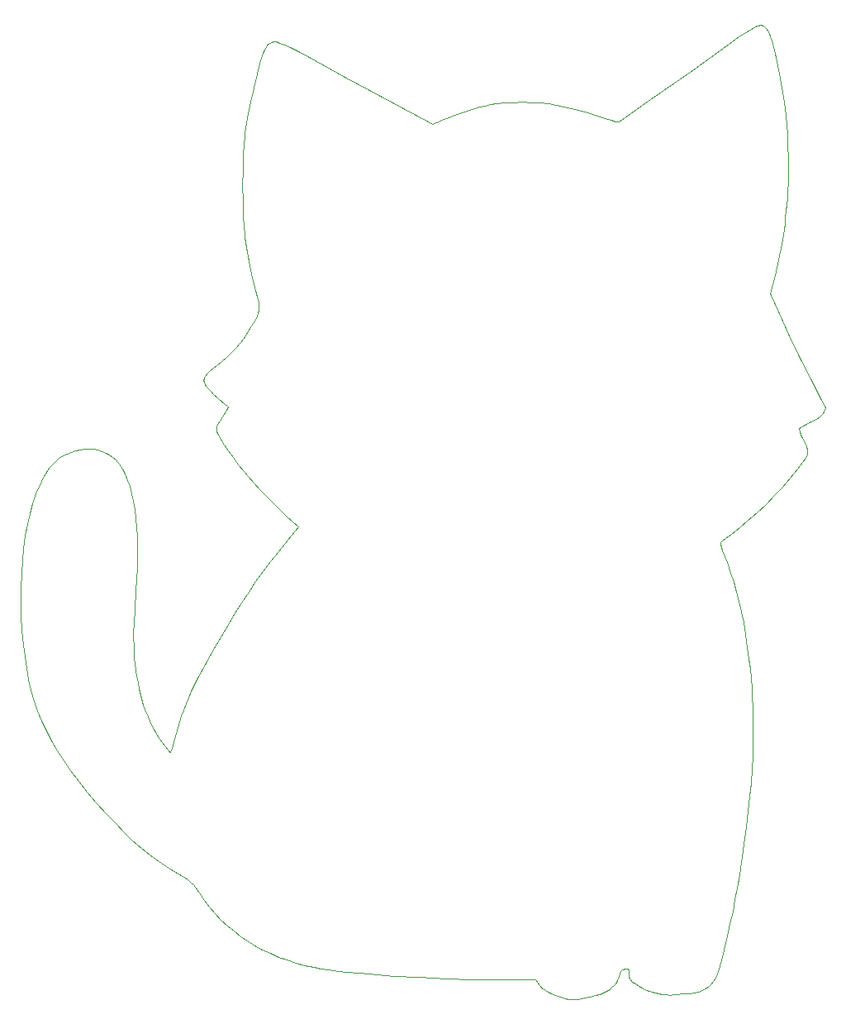
<source format=gbr>
%TF.GenerationSoftware,KiCad,Pcbnew,8.0.1*%
%TF.CreationDate,2024-04-02T10:22:41+02:00*%
%TF.ProjectId,KatzeV2,4b61747a-6556-4322-9e6b-696361645f70,rev?*%
%TF.SameCoordinates,Original*%
%TF.FileFunction,Profile,NP*%
%FSLAX46Y46*%
G04 Gerber Fmt 4.6, Leading zero omitted, Abs format (unit mm)*
G04 Created by KiCad (PCBNEW 8.0.1) date 2024-04-02 10:22:41*
%MOMM*%
%LPD*%
G01*
G04 APERTURE LIST*
%TA.AperFunction,Profile*%
%ADD10C,0.100000*%
%TD*%
G04 APERTURE END LIST*
D10*
X46498289Y-79168610D02*
X46875789Y-79372210D01*
X62204589Y-64513510D02*
X62214189Y-64343910D01*
X58300589Y-126999810D02*
X57695189Y-126361910D01*
X48944389Y-82621710D02*
X49146389Y-83347510D01*
X61507589Y-61254710D02*
X61232089Y-59964310D01*
X46094289Y-79008910D02*
X46498289Y-79168610D01*
X63530389Y-37092170D02*
X63655889Y-37066200D01*
X60695889Y-46888610D02*
X60749989Y-46444210D01*
X107235589Y-134365410D02*
X106830889Y-134464410D01*
X37849049Y-91575510D02*
X37943089Y-90229510D01*
X57703889Y-99019210D02*
X58834089Y-97089910D01*
X111887789Y-119240010D02*
X111420889Y-122369110D01*
X43853289Y-78854910D02*
X44314389Y-78800910D01*
X58983789Y-74608510D02*
X59028089Y-74501310D01*
X49765989Y-88799410D02*
X49767189Y-89869810D01*
X63944089Y-37072270D02*
X64115789Y-37107320D01*
X91056989Y-43338310D02*
X91897489Y-43427910D01*
X51175889Y-107049410D02*
X51379689Y-107439210D01*
X65608089Y-86225610D02*
X65078789Y-85753110D01*
X118411089Y-79206310D02*
X118372789Y-79337610D01*
X49767189Y-89869810D02*
X49738389Y-90980310D01*
X61232089Y-59964310D02*
X60982689Y-58588710D01*
X120072489Y-74977410D02*
X120005889Y-75099510D01*
X109366589Y-132047410D02*
X109182089Y-132543410D01*
X112823689Y-107446610D02*
X112812989Y-108882610D01*
X56649589Y-71317610D02*
X56717089Y-71206910D01*
X49247789Y-118889410D02*
X48376089Y-118068510D01*
X52008589Y-108456010D02*
X52500489Y-109143810D01*
X60579389Y-54810410D02*
X60535389Y-53325710D01*
X97404589Y-44793810D02*
X97877389Y-44959910D01*
X112797189Y-105160010D02*
X112817289Y-106243310D01*
X47531889Y-79912210D02*
X47702689Y-80109510D01*
X40318089Y-81321610D02*
X40538589Y-80982310D01*
X56539789Y-71752510D02*
X56563889Y-71570210D01*
X47702689Y-80109510D02*
X47866889Y-80323910D01*
X116338789Y-53089210D02*
X116147689Y-55004910D01*
X101910889Y-134201410D02*
X101451189Y-133978410D01*
X99273189Y-132314410D02*
X99189489Y-132528410D01*
X97123589Y-134630410D02*
X96674489Y-134779410D01*
X90872189Y-133671410D02*
X90760289Y-133510410D01*
X112184589Y-36037300D02*
X112779689Y-35668720D01*
X60520289Y-51745910D02*
X60534189Y-50169310D01*
X118202289Y-79672810D02*
X117881189Y-80147110D01*
X51948889Y-121038510D02*
X51014489Y-120358010D01*
X110474189Y-127374910D02*
X110178489Y-128663510D01*
X90139689Y-43280610D02*
X91056989Y-43338310D01*
X60753989Y-57100210D02*
X60699489Y-56643510D01*
X55043789Y-123030710D02*
X54779789Y-122845410D01*
X59028089Y-74501310D02*
X58939589Y-74391510D01*
X63792289Y-37059060D02*
X63944089Y-37072270D01*
X49492389Y-100793510D02*
X49572989Y-101418510D01*
X114997789Y-83551610D02*
X114126689Y-84431010D01*
X116415289Y-49008210D02*
X116424589Y-50266110D01*
X61054889Y-81601810D02*
X60612589Y-81072010D01*
X107603089Y-134239410D02*
X107235589Y-134365410D01*
X117881189Y-80147110D02*
X117378689Y-80811510D01*
X60648989Y-47420010D02*
X60695889Y-46888610D01*
X98945689Y-133181410D02*
X98844089Y-133365410D01*
X66869989Y-131657410D02*
X65942089Y-131409410D01*
X102180889Y-134311410D02*
X101910889Y-134201410D01*
X50120689Y-119647110D02*
X49247789Y-118889410D01*
X116424589Y-50266110D02*
X116415689Y-51422110D01*
X102078189Y-43167910D02*
X106328589Y-40157710D01*
X99371789Y-132181410D02*
X99319089Y-132239410D01*
X110018989Y-87883310D02*
X109682189Y-88171410D01*
X58436889Y-75467410D02*
X58857489Y-74826410D01*
X112623489Y-112944410D02*
X112497589Y-114346110D01*
X56717089Y-71206910D02*
X56819389Y-71087810D01*
X102477089Y-134415410D02*
X102180889Y-134311410D01*
X119687389Y-75438710D02*
X119314789Y-75690410D01*
X62214189Y-64343910D02*
X62205789Y-64162910D01*
X49146389Y-83347510D02*
X49320789Y-84129310D01*
X61630989Y-41739410D02*
X61966089Y-40380210D01*
X104785889Y-134698410D02*
X104339689Y-134709410D01*
X58939589Y-74391510D02*
X58703989Y-74166810D01*
X110851289Y-92443010D02*
X111138689Y-93412910D01*
X42511289Y-79265410D02*
X42946789Y-79087510D01*
X63340189Y-130458410D02*
X62532689Y-130071410D01*
X64177389Y-130810410D02*
X63340189Y-130458410D01*
X57182789Y-70768010D02*
X57849389Y-70245310D01*
X115067389Y-60964210D02*
X114593889Y-62852610D01*
X94914089Y-135128410D02*
X94565989Y-135157410D01*
X49589289Y-93312910D02*
X49447089Y-95133510D01*
X116387489Y-52391310D02*
X116338789Y-53089210D01*
X44773989Y-78788910D02*
X45227189Y-78819410D01*
X56046189Y-124229410D02*
X55623689Y-123617610D01*
X64214189Y-89234810D02*
X65121689Y-88130910D01*
X59796889Y-68433610D02*
X60214789Y-67930610D01*
X118115289Y-78132810D02*
X118276989Y-78531310D01*
X50350889Y-105045510D02*
X50477989Y-105425510D01*
X60612589Y-81072010D02*
X60055389Y-80351210D01*
X101100989Y-133773410D02*
X100740889Y-133540410D01*
X95595389Y-44257910D02*
X96860389Y-44619710D01*
X63174989Y-37267990D02*
X63411489Y-37135460D01*
X53254489Y-109435210D02*
X53510989Y-108456710D01*
X97511889Y-134469410D02*
X97123589Y-134630410D01*
X56565289Y-71942910D02*
X56539789Y-71752510D01*
X60404689Y-94527610D02*
X61138489Y-93400910D01*
X61391689Y-66200310D02*
X61727489Y-65636710D01*
X61138489Y-93400910D02*
X61865689Y-92337710D01*
X118372789Y-79337610D02*
X118304489Y-79491010D01*
X57117889Y-125687710D02*
X56568289Y-124976910D01*
X94156889Y-43894310D02*
X95595389Y-44257910D01*
X41495489Y-109673210D02*
X40905189Y-108662310D01*
X110522489Y-91449410D02*
X110851289Y-92443010D01*
X116147689Y-55004910D02*
X116078089Y-55662710D01*
X42152489Y-110693210D02*
X41495489Y-109673210D01*
X80351689Y-45350510D02*
X81134789Y-45023710D01*
X39174589Y-83844310D02*
X39343189Y-83369610D01*
X62205789Y-64162910D02*
X62137389Y-63741510D01*
X94565989Y-135157410D02*
X94230289Y-135156410D01*
X115444289Y-59354810D02*
X115067389Y-60964210D01*
X39911189Y-106639810D02*
X39500589Y-105614410D01*
X57894889Y-76965710D02*
X57852689Y-76828810D01*
X65044589Y-131127410D02*
X64177389Y-130810410D01*
X53510989Y-108456710D02*
X53840289Y-107269510D01*
X68537889Y-131998410D02*
X67828589Y-131869410D01*
X97877389Y-44959910D02*
X98302089Y-45107810D01*
X63655889Y-37066200D02*
X63792289Y-37059060D01*
X100452589Y-133368410D02*
X100342489Y-133265410D01*
X38354729Y-101256210D02*
X38175339Y-100067810D01*
X61628489Y-82246110D02*
X61054889Y-81601810D01*
X111622489Y-95421010D02*
X111835689Y-96528710D01*
X114019589Y-35540610D02*
X114233189Y-35770950D01*
X53125189Y-109864810D02*
X53254489Y-109435210D01*
X55257189Y-103621410D02*
X55933789Y-102245710D01*
X104339689Y-134709410D02*
X103917589Y-134692410D01*
X91267389Y-134045410D02*
X91142389Y-133955410D01*
X117509789Y-76689410D02*
X117517189Y-76756910D01*
X49674589Y-86788210D02*
X49734989Y-87771410D01*
X91583889Y-134202410D02*
X91267189Y-134045410D01*
X43680289Y-112788110D02*
X42879589Y-111729210D01*
X92150289Y-134558410D02*
X91848689Y-134380410D01*
X57934989Y-73503110D02*
X57546089Y-73171210D01*
X118276989Y-78531310D02*
X118384589Y-78864210D01*
X84774289Y-43753710D02*
X85342389Y-43603610D01*
X51587889Y-107805710D02*
X52008589Y-108456010D01*
X49734989Y-87771410D02*
X49765989Y-88799410D01*
X116078089Y-55662710D02*
X115988689Y-56351310D01*
X98362289Y-133931410D02*
X98126389Y-134117410D01*
X86533189Y-43377610D02*
X87342389Y-43303410D01*
X37797299Y-92963910D02*
X37849049Y-91575510D01*
X61308189Y-43235210D02*
X61630989Y-41739410D01*
X61727489Y-65636710D02*
X61971089Y-65200810D01*
X99713589Y-132073410D02*
X99510189Y-132108410D01*
X40767389Y-80668010D02*
X41004189Y-80379710D01*
X54962889Y-104267010D02*
X55257189Y-103621410D01*
X58388789Y-69809710D02*
X58889389Y-69366810D01*
X40538589Y-80982310D02*
X40767389Y-80668010D01*
X113805189Y-35400380D02*
X113914889Y-35458300D01*
X117378689Y-80811510D02*
X116635389Y-81730610D01*
X46557589Y-116171910D02*
X45515789Y-115002510D01*
X106328589Y-40157710D02*
X110388089Y-37282160D01*
X113685889Y-35368690D02*
X113805189Y-35400380D01*
X110562689Y-87476510D02*
X110018989Y-87883310D01*
X62128189Y-64842910D02*
X62176189Y-64677710D01*
X112132789Y-117454910D02*
X111887789Y-119240010D01*
X97844489Y-134297410D02*
X97511889Y-134469410D01*
X58313889Y-77796210D02*
X58057289Y-77328810D01*
X102799289Y-134508410D02*
X102477089Y-134415410D01*
X116036089Y-43217910D02*
X116220289Y-44648310D01*
X111835689Y-96528710D02*
X112040889Y-97751910D01*
X114344189Y-35941210D02*
X114463689Y-36193300D01*
X93601089Y-135083410D02*
X93310389Y-135018410D01*
X99090389Y-132833410D02*
X98945689Y-133181410D01*
X62773989Y-37894200D02*
X62917889Y-37601350D01*
X84138089Y-133103410D02*
X81379889Y-133030410D01*
X37905179Y-97325810D02*
X37824429Y-95844910D01*
X38573529Y-102398210D02*
X38354729Y-101256210D01*
X79968989Y-45486410D02*
X80351689Y-45350510D01*
X56777489Y-72365710D02*
X56643489Y-72145810D01*
X37943089Y-90229510D02*
X38078499Y-88931710D01*
X57980189Y-76220810D02*
X58166389Y-75881410D01*
X120005889Y-75099510D02*
X119923589Y-75213910D01*
X100740889Y-133540410D02*
X100585089Y-133459410D01*
X110388089Y-37282160D02*
X111399989Y-36570170D01*
X52500489Y-109143810D02*
X52920389Y-109677310D01*
X115500089Y-64915310D02*
X116444089Y-66969310D01*
X61966089Y-40380210D02*
X62300689Y-39205410D01*
X100342489Y-133265410D02*
X100254089Y-133147410D01*
X112779689Y-35668720D02*
X113017989Y-35541410D01*
X114463689Y-36193300D02*
X114590389Y-36520650D01*
X112817289Y-106243310D02*
X112823689Y-107446610D01*
X110143789Y-90397410D02*
X110522489Y-91449410D01*
X112705689Y-103206810D02*
X112760789Y-104160110D01*
X115279689Y-39057510D02*
X115554089Y-40370110D01*
X106830889Y-134464410D02*
X106386389Y-134540410D01*
X103519889Y-134651410D02*
X103146989Y-134588410D01*
X117523389Y-76659510D02*
X117509789Y-76689410D01*
X59643389Y-95747410D02*
X60404689Y-94527610D01*
X116635389Y-81730610D02*
X115837889Y-82647710D01*
X60535389Y-53325710D02*
X60520289Y-51745910D01*
X71274089Y-132360410D02*
X70269989Y-132245410D01*
X66251789Y-38091130D02*
X67296689Y-38654800D01*
X54694989Y-104891110D02*
X54962889Y-104267010D01*
X40905189Y-108662310D02*
X40378289Y-107653510D01*
X114593889Y-62852610D02*
X115500089Y-64915310D01*
X108510289Y-133629410D02*
X108237689Y-133877410D01*
X94230289Y-135156410D02*
X93908189Y-135130410D01*
X116444089Y-66969310D02*
X117661489Y-69499910D01*
X43395789Y-78950510D02*
X43853289Y-78854910D01*
X38175339Y-100067810D02*
X38031959Y-98826010D01*
X100139489Y-132854410D02*
X100111789Y-132675410D01*
X62917889Y-37601350D02*
X63052089Y-37390620D01*
X54018189Y-122373610D02*
X52943589Y-121704910D01*
X117588889Y-76987310D02*
X117725589Y-77316210D01*
X91897489Y-43427910D02*
X92619589Y-43549110D01*
X109535789Y-131473410D02*
X109366589Y-132047410D01*
X62137389Y-63741510D02*
X62005189Y-63199710D01*
X64115789Y-37107320D02*
X64311889Y-37165730D01*
X65078789Y-85753110D02*
X64443089Y-85149810D01*
X91267389Y-134045410D02*
X91267389Y-134045410D01*
X54228789Y-106094110D02*
X54450989Y-105498510D01*
X111442489Y-86808510D02*
X110562689Y-87476510D01*
X48458789Y-81347210D02*
X48715089Y-81954210D01*
X50249989Y-104692810D02*
X50350889Y-105045510D01*
X48376089Y-118068510D02*
X47485889Y-117168110D01*
X113399489Y-35391450D02*
X113552289Y-35365100D01*
X47866889Y-80323910D02*
X48175989Y-80803010D01*
X51014489Y-120358010D02*
X50120689Y-119647110D01*
X63010889Y-83714310D02*
X62293689Y-82963810D01*
X53101989Y-109860910D02*
X53125189Y-109864810D01*
X85854889Y-43485610D02*
X86533189Y-43377610D01*
X112402289Y-100259410D02*
X112528989Y-101293110D01*
X41004189Y-80379710D02*
X41335789Y-80041410D01*
X107936289Y-134078410D02*
X107603089Y-134239410D01*
X62176189Y-64677710D02*
X62204589Y-64513510D01*
X98844089Y-133365410D02*
X98716189Y-133553410D01*
X58703989Y-74166810D02*
X57934989Y-73503110D01*
X67828589Y-131869410D02*
X66869989Y-131657410D01*
X111392889Y-94394010D02*
X111622489Y-95421010D01*
X85342389Y-43603610D02*
X85854889Y-43485610D01*
X49383389Y-99524810D02*
X49429289Y-100164310D01*
X49363489Y-96743310D02*
X49344589Y-97484410D01*
X44314389Y-78800910D02*
X44773989Y-78788910D01*
X62532689Y-130071410D02*
X61754789Y-129648410D01*
X65942089Y-131409410D02*
X65044589Y-131127410D01*
X118864589Y-71919010D02*
X119370989Y-72903010D01*
X47485889Y-117168110D02*
X46557589Y-116171910D01*
X49585189Y-85851910D02*
X49674589Y-86788210D01*
X81684989Y-44795410D02*
X82280089Y-44566510D01*
X57846789Y-76616810D02*
X57872789Y-76497910D01*
X38835169Y-103500510D02*
X38573529Y-102398210D01*
X56568289Y-124976910D02*
X56046189Y-124229410D01*
X73522689Y-42042510D02*
X78247689Y-44603910D01*
X61814789Y-62488010D02*
X61507589Y-61254710D01*
X62606889Y-91308710D02*
X63382789Y-90284210D01*
X58834089Y-97089910D02*
X59643389Y-95747410D01*
X116388989Y-47732810D02*
X116415289Y-49008210D01*
X65429889Y-37663100D02*
X66251789Y-38091130D01*
X51379689Y-107439210D02*
X51587889Y-107805710D01*
X58653389Y-78350010D02*
X58313889Y-77796210D01*
X88240889Y-43262810D02*
X89187189Y-43255310D01*
X57852689Y-76828810D02*
X57838189Y-76724710D01*
X39500589Y-105614410D02*
X39143089Y-104570310D01*
X38254329Y-87688010D02*
X38469659Y-86504110D01*
X54779789Y-122845410D02*
X54018189Y-122373610D01*
X110736589Y-126152310D02*
X110474189Y-127374910D01*
X115837889Y-82647710D02*
X114997789Y-83551610D01*
X92550189Y-134754410D02*
X92150289Y-134558410D01*
X41335789Y-80041410D02*
X41700789Y-79742810D01*
X98669389Y-45217510D02*
X98939989Y-45278410D01*
X101451189Y-133978410D02*
X101100989Y-133773410D01*
X39015089Y-84339110D02*
X39174589Y-83844310D01*
X55623689Y-123617610D02*
X55444489Y-123397310D01*
X56603089Y-71433910D02*
X56649589Y-71317610D01*
X62293689Y-82963810D02*
X61628489Y-82246110D01*
X73511289Y-132574410D02*
X71274089Y-132360410D01*
X96159889Y-134914410D02*
X95574689Y-135031410D01*
X56970489Y-72606910D02*
X56777489Y-72365710D01*
X52943589Y-121704910D02*
X51948889Y-121038510D01*
X55258289Y-123208210D02*
X55043789Y-123030710D01*
X62463889Y-38702240D02*
X62622189Y-38263160D01*
X116220289Y-44648310D02*
X116290289Y-45468210D01*
X86838989Y-133128410D02*
X84138089Y-133103410D01*
X109488489Y-88456310D02*
X109489389Y-88529310D01*
X113552289Y-35365100D02*
X113685889Y-35368690D01*
X60616189Y-67395010D02*
X61006589Y-66820310D01*
X66253889Y-86774710D02*
X65608089Y-86225610D01*
X60055389Y-80351210D02*
X59535589Y-79645410D01*
X38078499Y-88931710D02*
X38254329Y-87688010D01*
X81134789Y-45023710D02*
X81684989Y-44795410D01*
X42094289Y-79484010D02*
X42511289Y-79265410D01*
X56743289Y-100724710D02*
X57703889Y-99019210D01*
X109701689Y-89176810D02*
X110143789Y-90397410D01*
X99189489Y-132528410D02*
X99090389Y-132833410D01*
X54450989Y-105498510D02*
X54694989Y-104891110D01*
X47222089Y-79619910D02*
X47531889Y-79912210D01*
X61754789Y-129648410D02*
X61006189Y-129190410D01*
X111138689Y-93412910D02*
X111392889Y-94394010D01*
X117914389Y-77709110D02*
X118115289Y-78132810D01*
X49572989Y-101418510D02*
X49671289Y-102045410D01*
X61971089Y-65200810D02*
X62128189Y-64842910D01*
X112337389Y-86070710D02*
X111442489Y-86808510D01*
X120275289Y-74552110D02*
X120072489Y-74977410D01*
X56563889Y-71570210D02*
X56603089Y-71433910D01*
X93310389Y-135018410D02*
X93037389Y-134939410D01*
X53058589Y-109826310D02*
X53101989Y-109860910D01*
X87342389Y-43303410D02*
X88240889Y-43262810D01*
X57849389Y-70245310D02*
X58388789Y-69809710D01*
X38723539Y-85385910D02*
X39015089Y-84339110D01*
X114233189Y-35770950D02*
X114344189Y-35941210D01*
X111420889Y-122369110D02*
X111200289Y-123700510D01*
X100048489Y-132101410D02*
X100001189Y-132072410D01*
X117725589Y-77316210D02*
X117914389Y-77709110D01*
X49679189Y-92128810D02*
X49589289Y-93312910D01*
X70948489Y-40639410D02*
X73522689Y-42042510D01*
X100078289Y-132151410D02*
X100048489Y-132101410D01*
X99932289Y-132061410D02*
X99713589Y-132073410D01*
X48715089Y-81954210D02*
X48944389Y-82621710D01*
X109182089Y-132543410D02*
X108979789Y-132968410D01*
X96674489Y-134779410D02*
X96159889Y-134914410D01*
X117661489Y-69499910D02*
X118864589Y-71919010D01*
X100102689Y-132470410D02*
X100094489Y-132226410D01*
X64311889Y-37165730D02*
X64795189Y-37358650D01*
X58889389Y-69366810D02*
X59356889Y-68910210D01*
X37824429Y-95844910D02*
X37788789Y-94389010D01*
X114590389Y-36520650D02*
X114722789Y-36916750D01*
X65121689Y-88130910D02*
X66253889Y-86774710D01*
X83537989Y-44128610D02*
X84774289Y-43753710D01*
X40378289Y-107653510D02*
X39911189Y-106639810D01*
X89187189Y-43255310D02*
X90139689Y-43280610D01*
X112760789Y-104160110D02*
X112797189Y-105160010D01*
X38469659Y-86504110D02*
X38723539Y-85385910D01*
X112715989Y-111592510D02*
X112623489Y-112944410D01*
X49467189Y-84964910D02*
X49585189Y-85851910D01*
X49429289Y-100164310D02*
X49492389Y-100793510D01*
X59596089Y-128167010D02*
X58934089Y-127601510D01*
X70269989Y-132245410D02*
X69354789Y-132124410D01*
X39902289Y-82072710D02*
X40105989Y-81685310D01*
X111200289Y-123700510D02*
X110975389Y-124944510D01*
X92619589Y-43549110D02*
X94156889Y-43894310D01*
X60982689Y-58588710D02*
X60753989Y-57100210D01*
X61006589Y-66820310D02*
X61391689Y-66200310D01*
X57546089Y-73171210D02*
X57225689Y-72873910D01*
X112629289Y-102263410D02*
X112705689Y-103206810D01*
X91267189Y-134045410D02*
X91267389Y-134045410D01*
X95574689Y-135031410D02*
X94914089Y-135128410D01*
X59356889Y-68910210D02*
X59796889Y-68433610D01*
X39520789Y-82915610D02*
X39707189Y-82483010D01*
X60534189Y-50169310D02*
X60577089Y-48694510D01*
X113017989Y-35541410D02*
X113222989Y-35449600D01*
X100094489Y-132226410D02*
X100078289Y-132151410D01*
X109692689Y-130816410D02*
X109535789Y-131473410D01*
X60577089Y-48694510D02*
X60648989Y-47420010D01*
X90527989Y-133128410D02*
X86838989Y-133128410D01*
X112812989Y-108882610D02*
X112778089Y-110251610D01*
X112040889Y-97751910D02*
X112246589Y-99125410D01*
X64443089Y-85149810D02*
X63740589Y-84456610D01*
X78639189Y-132914410D02*
X75991389Y-132760410D01*
X55444489Y-123397310D02*
X55258289Y-123208210D01*
X63411489Y-37135460D02*
X63530389Y-37092170D01*
X37788789Y-94389010D02*
X37797299Y-92963910D01*
X113222989Y-35449600D02*
X113399489Y-35391450D01*
X119923589Y-75213910D02*
X119819489Y-75325310D01*
X55933789Y-102245710D02*
X56743289Y-100724710D01*
X44557889Y-113876910D02*
X43680289Y-112788110D01*
X78247689Y-44603910D02*
X79498889Y-45263110D01*
X106386389Y-134540410D02*
X105899189Y-134600410D01*
X50796289Y-106233510D02*
X51175889Y-107049410D01*
X109489389Y-88529310D02*
X109701689Y-89176810D01*
X60652289Y-56101410D02*
X60579389Y-54810410D01*
X45668889Y-78892610D02*
X46094289Y-79008910D01*
X111399989Y-36570170D02*
X112184589Y-36037300D01*
X45515789Y-115002510D02*
X44557889Y-113876910D01*
X99434389Y-132139410D02*
X99371789Y-132181410D01*
X61865689Y-92337710D02*
X62606889Y-91308710D01*
X49447089Y-95133510D02*
X49363489Y-96743310D01*
X62005189Y-63199710D02*
X61814789Y-62488010D01*
X40105989Y-81685310D02*
X40318089Y-81321610D01*
X61006189Y-129190410D02*
X60286689Y-128696610D01*
X114722789Y-36916750D02*
X114998689Y-37888940D01*
X109682189Y-88171410D02*
X109580489Y-88281710D01*
X117517189Y-76756910D02*
X117588889Y-76987310D01*
X49671289Y-102045410D02*
X49787889Y-102680210D01*
X115810089Y-41774310D02*
X116036089Y-43217910D01*
X100186689Y-133011410D02*
X100139489Y-132854410D01*
X49922889Y-103329010D02*
X50249989Y-104692810D01*
X58166389Y-75881410D02*
X58436889Y-75467410D01*
X58057289Y-77328810D02*
X57894889Y-76965710D01*
X41700789Y-79742810D02*
X42094289Y-79484010D01*
X49320789Y-84129310D02*
X49467189Y-84964910D01*
X91142389Y-133955410D02*
X91005089Y-133825410D01*
X109517389Y-88375210D02*
X109488489Y-88456310D01*
X75991389Y-132760410D02*
X73511289Y-132574410D01*
X109839889Y-130069410D02*
X109692689Y-130816410D01*
X56643489Y-72145810D02*
X56565289Y-71942910D01*
X49344589Y-97484410D02*
X49341289Y-98190910D01*
X113235989Y-85274510D02*
X112337389Y-86070710D01*
X60214789Y-67930610D02*
X60616189Y-67395010D01*
X116290289Y-45468210D02*
X116346989Y-46524610D01*
X59064489Y-78972410D02*
X58653389Y-78350010D01*
X98939989Y-45278410D02*
X99026789Y-45287310D01*
X67296689Y-38654800D02*
X70948489Y-40639410D01*
X39143089Y-104570310D02*
X38835169Y-103500510D01*
X61010289Y-44819410D02*
X61308189Y-43235210D01*
X119819489Y-75325310D02*
X119687389Y-75438710D01*
X39343189Y-83369610D02*
X39520789Y-82915610D01*
X114998689Y-37888940D02*
X115279689Y-39057510D01*
X63740589Y-84456610D02*
X63010889Y-83714310D01*
X112334989Y-115836610D02*
X112132789Y-117454910D01*
X49341289Y-98190910D02*
X49354089Y-98869110D01*
X112528989Y-101293110D02*
X112629289Y-102263410D01*
X50477989Y-105425510D02*
X50796289Y-106233510D01*
X115554089Y-40370110D02*
X115810089Y-41774310D01*
X60286689Y-128696610D02*
X59596089Y-128167010D01*
X98716189Y-133553410D02*
X98557189Y-133743410D01*
X69354789Y-132124410D02*
X68537889Y-131998410D01*
X49787889Y-102680210D02*
X49922889Y-103329010D01*
X82280089Y-44566510D02*
X83537989Y-44128610D01*
X118384589Y-78864210D02*
X118423289Y-79090810D01*
X62300689Y-39205410D02*
X62463889Y-38702240D01*
X48175989Y-80803010D02*
X48458789Y-81347210D01*
X98557189Y-133743410D02*
X98362289Y-133931410D01*
X115988689Y-56351310D02*
X115752789Y-57809210D01*
X62622189Y-38263160D02*
X62773989Y-37894200D01*
X99074689Y-45280010D02*
X102078189Y-43167910D01*
X58857489Y-74826410D02*
X58983789Y-74608510D01*
X108979789Y-132968410D02*
X108756789Y-133328410D01*
X105899189Y-134600410D02*
X104785889Y-134698410D01*
X99319089Y-132239410D02*
X99273189Y-132314410D01*
X118304489Y-79491010D02*
X118202289Y-79672810D01*
X54025989Y-106682810D02*
X54228789Y-106094110D01*
X91005089Y-133825410D02*
X90872189Y-133671410D01*
X108756789Y-133328410D02*
X108510289Y-133629410D01*
X56819389Y-71087810D02*
X57182789Y-70768010D01*
X58934089Y-127601510D02*
X58300589Y-126999810D01*
X100001189Y-132072410D02*
X99932289Y-132061410D01*
X49354089Y-98869110D02*
X49383389Y-99524810D01*
X112778089Y-110251610D02*
X112715989Y-111592510D01*
X91848689Y-134380410D02*
X91583889Y-134202410D01*
X112246589Y-99125410D02*
X112402289Y-100259410D01*
X100254089Y-133147410D02*
X100186689Y-133011410D01*
X119370989Y-72903010D02*
X119765889Y-73638510D01*
X38031959Y-98826010D02*
X37905179Y-97325810D01*
X57695189Y-126361910D02*
X57117889Y-125687710D01*
X42946789Y-79087510D02*
X43395789Y-78950510D01*
X60749989Y-46444210D02*
X61010289Y-44819410D01*
X63382789Y-90284210D02*
X64214189Y-89234810D01*
X113914889Y-35458300D02*
X114019589Y-35540610D01*
X109580489Y-88281710D02*
X109517389Y-88375210D01*
X96860389Y-44619710D02*
X97404589Y-44793810D01*
X42879589Y-111729210D02*
X42152489Y-110693210D01*
X114126689Y-84431010D02*
X113235989Y-85274510D01*
X100111789Y-132675410D02*
X100102689Y-132470410D01*
X57872789Y-76497910D02*
X57980189Y-76220810D01*
X98126389Y-134117410D02*
X97844489Y-134297410D01*
X119765889Y-73638510D02*
X120275289Y-74552110D01*
X99026789Y-45287310D02*
X99074689Y-45280010D01*
X46875789Y-79372210D02*
X47222089Y-79619910D01*
X119314789Y-75690410D02*
X118756389Y-76007510D01*
X93908189Y-135130410D02*
X93601089Y-135083410D01*
X103146989Y-134588410D02*
X102799289Y-134508410D01*
X81379889Y-133030410D02*
X78639189Y-132914410D01*
X39707189Y-82483010D02*
X39902289Y-82072710D01*
X116415689Y-51422110D02*
X116387489Y-52391310D01*
X60699489Y-56643510D02*
X60652289Y-56101410D01*
X118423289Y-79090810D02*
X118411089Y-79206310D01*
X93037389Y-134939410D02*
X92550189Y-134754410D01*
X57838189Y-76724710D02*
X57846789Y-76616810D01*
X53840289Y-107269510D02*
X54025989Y-106682810D01*
X103917589Y-134692410D02*
X103519889Y-134651410D01*
X45227189Y-78819410D02*
X45668889Y-78892610D01*
X99510189Y-132108410D02*
X99434389Y-132139410D01*
X79498889Y-45263110D02*
X79968989Y-45486410D01*
X98302089Y-45107810D02*
X98669389Y-45217510D01*
X90760289Y-133510410D02*
X90527989Y-133128410D01*
X110178489Y-128663510D02*
X109839889Y-130069410D01*
X52920389Y-109677310D02*
X53058589Y-109826310D01*
X110975389Y-124944510D02*
X110736589Y-126152310D01*
X63052089Y-37390620D02*
X63174989Y-37267990D01*
X108237689Y-133877410D02*
X107936289Y-134078410D01*
X115752789Y-57809210D02*
X115444289Y-59354810D01*
X100585089Y-133459410D02*
X100452589Y-133368410D01*
X59535589Y-79645410D02*
X59064489Y-78972410D01*
X112497589Y-114346110D02*
X112334989Y-115836610D01*
X64795189Y-37358650D02*
X65429889Y-37663100D01*
X49738389Y-90980310D02*
X49679189Y-92128810D01*
X57225689Y-72873910D02*
X56970489Y-72606910D01*
X116346989Y-46524610D02*
X116388989Y-47732810D01*
X118756389Y-76007510D02*
X117523389Y-76659510D01*
M02*

</source>
